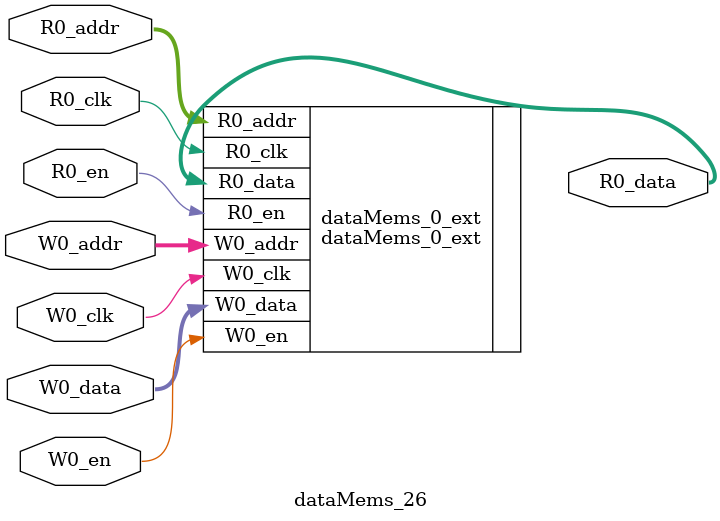
<source format=sv>
`ifndef RANDOMIZE
  `ifdef RANDOMIZE_REG_INIT
    `define RANDOMIZE
  `endif // RANDOMIZE_REG_INIT
`endif // not def RANDOMIZE
`ifndef RANDOMIZE
  `ifdef RANDOMIZE_MEM_INIT
    `define RANDOMIZE
  `endif // RANDOMIZE_MEM_INIT
`endif // not def RANDOMIZE

`ifndef RANDOM
  `define RANDOM $random
`endif // not def RANDOM

// Users can define 'PRINTF_COND' to add an extra gate to prints.
`ifndef PRINTF_COND_
  `ifdef PRINTF_COND
    `define PRINTF_COND_ (`PRINTF_COND)
  `else  // PRINTF_COND
    `define PRINTF_COND_ 1
  `endif // PRINTF_COND
`endif // not def PRINTF_COND_

// Users can define 'ASSERT_VERBOSE_COND' to add an extra gate to assert error printing.
`ifndef ASSERT_VERBOSE_COND_
  `ifdef ASSERT_VERBOSE_COND
    `define ASSERT_VERBOSE_COND_ (`ASSERT_VERBOSE_COND)
  `else  // ASSERT_VERBOSE_COND
    `define ASSERT_VERBOSE_COND_ 1
  `endif // ASSERT_VERBOSE_COND
`endif // not def ASSERT_VERBOSE_COND_

// Users can define 'STOP_COND' to add an extra gate to stop conditions.
`ifndef STOP_COND_
  `ifdef STOP_COND
    `define STOP_COND_ (`STOP_COND)
  `else  // STOP_COND
    `define STOP_COND_ 1
  `endif // STOP_COND
`endif // not def STOP_COND_

// Users can define INIT_RANDOM as general code that gets injected into the
// initializer block for modules with registers.
`ifndef INIT_RANDOM
  `define INIT_RANDOM
`endif // not def INIT_RANDOM

// If using random initialization, you can also define RANDOMIZE_DELAY to
// customize the delay used, otherwise 0.002 is used.
`ifndef RANDOMIZE_DELAY
  `define RANDOMIZE_DELAY 0.002
`endif // not def RANDOMIZE_DELAY

// Define INIT_RANDOM_PROLOG_ for use in our modules below.
`ifndef INIT_RANDOM_PROLOG_
  `ifdef RANDOMIZE
    `ifdef VERILATOR
      `define INIT_RANDOM_PROLOG_ `INIT_RANDOM
    `else  // VERILATOR
      `define INIT_RANDOM_PROLOG_ `INIT_RANDOM #`RANDOMIZE_DELAY begin end
    `endif // VERILATOR
  `else  // RANDOMIZE
    `define INIT_RANDOM_PROLOG_
  `endif // RANDOMIZE
`endif // not def INIT_RANDOM_PROLOG_

// Include register initializers in init blocks unless synthesis is set
`ifndef SYNTHESIS
  `ifndef ENABLE_INITIAL_REG_
    `define ENABLE_INITIAL_REG_
  `endif // not def ENABLE_INITIAL_REG_
`endif // not def SYNTHESIS

// Include rmemory initializers in init blocks unless synthesis is set
`ifndef SYNTHESIS
  `ifndef ENABLE_INITIAL_MEM_
    `define ENABLE_INITIAL_MEM_
  `endif // not def ENABLE_INITIAL_MEM_
`endif // not def SYNTHESIS

module dataMems_26(	// @[generators/ara/src/main/scala/UnsafeAXI4ToTL.scala:365:62]
  input  [4:0]   R0_addr,
  input          R0_en,
  input          R0_clk,
  output [258:0] R0_data,
  input  [4:0]   W0_addr,
  input          W0_en,
  input          W0_clk,
  input  [258:0] W0_data
);

  dataMems_0_ext dataMems_0_ext (	// @[generators/ara/src/main/scala/UnsafeAXI4ToTL.scala:365:62]
    .R0_addr (R0_addr),
    .R0_en   (R0_en),
    .R0_clk  (R0_clk),
    .R0_data (R0_data),
    .W0_addr (W0_addr),
    .W0_en   (W0_en),
    .W0_clk  (W0_clk),
    .W0_data (W0_data)
  );
endmodule


</source>
